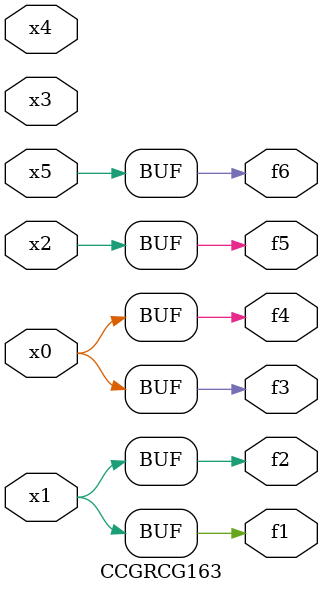
<source format=v>
module CCGRCG163(
	input x0, x1, x2, x3, x4, x5,
	output f1, f2, f3, f4, f5, f6
);
	assign f1 = x1;
	assign f2 = x1;
	assign f3 = x0;
	assign f4 = x0;
	assign f5 = x2;
	assign f6 = x5;
endmodule

</source>
